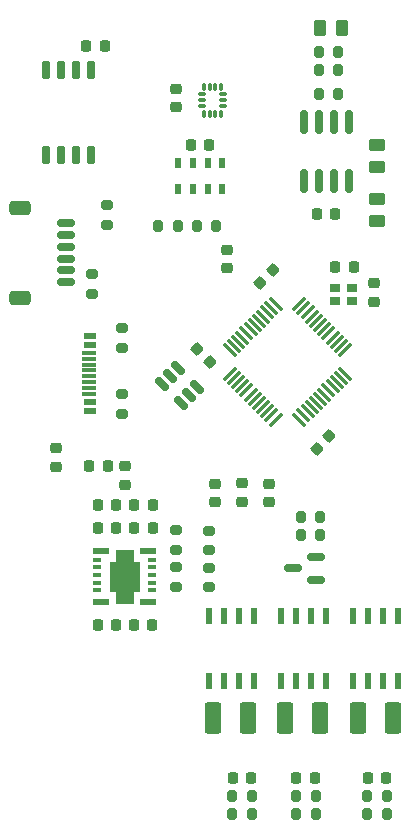
<source format=gbp>
G04 #@! TF.GenerationSoftware,KiCad,Pcbnew,7.0.5*
G04 #@! TF.CreationDate,2023-06-15T17:11:31+02:00*
G04 #@! TF.ProjectId,euroc_controller,6575726f-635f-4636-9f6e-74726f6c6c65,rev?*
G04 #@! TF.SameCoordinates,Original*
G04 #@! TF.FileFunction,Paste,Bot*
G04 #@! TF.FilePolarity,Positive*
%FSLAX46Y46*%
G04 Gerber Fmt 4.6, Leading zero omitted, Abs format (unit mm)*
G04 Created by KiCad (PCBNEW 7.0.5) date 2023-06-15 17:11:31*
%MOMM*%
%LPD*%
G01*
G04 APERTURE LIST*
G04 Aperture macros list*
%AMRoundRect*
0 Rectangle with rounded corners*
0 $1 Rounding radius*
0 $2 $3 $4 $5 $6 $7 $8 $9 X,Y pos of 4 corners*
0 Add a 4 corners polygon primitive as box body*
4,1,4,$2,$3,$4,$5,$6,$7,$8,$9,$2,$3,0*
0 Add four circle primitives for the rounded corners*
1,1,$1+$1,$2,$3*
1,1,$1+$1,$4,$5*
1,1,$1+$1,$6,$7*
1,1,$1+$1,$8,$9*
0 Add four rect primitives between the rounded corners*
20,1,$1+$1,$2,$3,$4,$5,0*
20,1,$1+$1,$4,$5,$6,$7,0*
20,1,$1+$1,$6,$7,$8,$9,0*
20,1,$1+$1,$8,$9,$2,$3,0*%
%AMFreePoly0*
4,1,13,0.750000,1.250000,1.250000,1.250000,1.250000,-1.250000,0.750000,-1.250000,0.750000,-2.300000,-0.750000,-2.300000,-0.750000,-1.250000,-1.250000,-1.250000,-1.250000,1.250000,-0.750000,1.250000,-0.750000,2.300000,0.750000,2.300000,0.750000,1.250000,0.750000,1.250000,$1*%
G04 Aperture macros list end*
%ADD10RoundRect,0.200000X0.275000X-0.200000X0.275000X0.200000X-0.275000X0.200000X-0.275000X-0.200000X0*%
%ADD11RoundRect,0.225000X0.250000X-0.225000X0.250000X0.225000X-0.250000X0.225000X-0.250000X-0.225000X0*%
%ADD12R,0.900000X0.800000*%
%ADD13RoundRect,0.200000X-0.275000X0.200000X-0.275000X-0.200000X0.275000X-0.200000X0.275000X0.200000X0*%
%ADD14RoundRect,0.150000X0.150000X-0.825000X0.150000X0.825000X-0.150000X0.825000X-0.150000X-0.825000X0*%
%ADD15RoundRect,0.087500X0.087500X-0.225000X0.087500X0.225000X-0.087500X0.225000X-0.087500X-0.225000X0*%
%ADD16RoundRect,0.087500X0.225000X-0.087500X0.225000X0.087500X-0.225000X0.087500X-0.225000X-0.087500X0*%
%ADD17RoundRect,0.200000X-0.200000X-0.275000X0.200000X-0.275000X0.200000X0.275000X-0.200000X0.275000X0*%
%ADD18RoundRect,0.225000X-0.225000X-0.250000X0.225000X-0.250000X0.225000X0.250000X-0.225000X0.250000X0*%
%ADD19RoundRect,0.250000X0.262500X0.450000X-0.262500X0.450000X-0.262500X-0.450000X0.262500X-0.450000X0*%
%ADD20RoundRect,0.250000X0.450000X-0.262500X0.450000X0.262500X-0.450000X0.262500X-0.450000X-0.262500X0*%
%ADD21RoundRect,0.225000X-0.017678X0.335876X-0.335876X0.017678X0.017678X-0.335876X0.335876X-0.017678X0*%
%ADD22RoundRect,0.218750X0.256250X-0.218750X0.256250X0.218750X-0.256250X0.218750X-0.256250X-0.218750X0*%
%ADD23RoundRect,0.250001X-0.462499X-1.074999X0.462499X-1.074999X0.462499X1.074999X-0.462499X1.074999X0*%
%ADD24RoundRect,0.218750X0.218750X0.256250X-0.218750X0.256250X-0.218750X-0.256250X0.218750X-0.256250X0*%
%ADD25RoundRect,0.150000X0.150000X-0.650000X0.150000X0.650000X-0.150000X0.650000X-0.150000X-0.650000X0*%
%ADD26RoundRect,0.225000X0.225000X0.250000X-0.225000X0.250000X-0.225000X-0.250000X0.225000X-0.250000X0*%
%ADD27RoundRect,0.200000X0.200000X0.275000X-0.200000X0.275000X-0.200000X-0.275000X0.200000X-0.275000X0*%
%ADD28RoundRect,0.218750X-0.256250X0.218750X-0.256250X-0.218750X0.256250X-0.218750X0.256250X0.218750X0*%
%ADD29RoundRect,0.225000X-0.250000X0.225000X-0.250000X-0.225000X0.250000X-0.225000X0.250000X0.225000X0*%
%ADD30RoundRect,0.150000X0.625000X-0.150000X0.625000X0.150000X-0.625000X0.150000X-0.625000X-0.150000X0*%
%ADD31RoundRect,0.250000X0.650000X-0.350000X0.650000X0.350000X-0.650000X0.350000X-0.650000X-0.350000X0*%
%ADD32RoundRect,0.225000X0.017678X-0.335876X0.335876X-0.017678X-0.017678X0.335876X-0.335876X0.017678X0*%
%ADD33RoundRect,0.075000X0.415425X0.521491X-0.521491X-0.415425X-0.415425X-0.521491X0.521491X0.415425X0*%
%ADD34RoundRect,0.075000X-0.415425X0.521491X-0.521491X0.415425X0.415425X-0.521491X0.521491X-0.415425X0*%
%ADD35RoundRect,0.050000X-0.650000X-0.200000X0.650000X-0.200000X0.650000X0.200000X-0.650000X0.200000X0*%
%ADD36RoundRect,0.050050X-0.299950X-0.124950X0.299950X-0.124950X0.299950X0.124950X-0.299950X0.124950X0*%
%ADD37FreePoly0,0.000000*%
%ADD38R,0.533400X1.460500*%
%ADD39RoundRect,0.225000X0.335876X0.017678X0.017678X0.335876X-0.335876X-0.017678X-0.017678X-0.335876X0*%
%ADD40RoundRect,0.150000X0.468458X-0.256326X-0.256326X0.468458X-0.468458X0.256326X0.256326X-0.468458X0*%
%ADD41RoundRect,0.150000X0.587500X0.150000X-0.587500X0.150000X-0.587500X-0.150000X0.587500X-0.150000X0*%
%ADD42R,0.550000X0.950000*%
%ADD43RoundRect,0.250000X-0.450000X0.262500X-0.450000X-0.262500X0.450000X-0.262500X0.450000X0.262500X0*%
%ADD44R,1.058000X0.600000*%
%ADD45R,1.160000X0.300000*%
G04 APERTURE END LIST*
D10*
X171704000Y-74168000D03*
X171704000Y-75818000D03*
D11*
X183134000Y-73660000D03*
X183134000Y-72110000D03*
D12*
X192272082Y-75328082D03*
X193672082Y-75328082D03*
X193672082Y-76428082D03*
X192272082Y-76428082D03*
D13*
X178816000Y-98969000D03*
X178816000Y-100619000D03*
D14*
X193421000Y-66229000D03*
X192151000Y-66229000D03*
X190881000Y-66229000D03*
X189611000Y-66229000D03*
X189611000Y-61279000D03*
X190881000Y-61279000D03*
X192151000Y-61279000D03*
X193421000Y-61279000D03*
D15*
X182614000Y-60598500D03*
X182114000Y-60598500D03*
X181614000Y-60598500D03*
X181114000Y-60598500D03*
D16*
X180951500Y-59936000D03*
X180951500Y-59436000D03*
X180951500Y-58936000D03*
D15*
X181114000Y-58273500D03*
X181614000Y-58273500D03*
X182114000Y-58273500D03*
X182614000Y-58273500D03*
D16*
X182776500Y-58936000D03*
X182776500Y-59436000D03*
X182776500Y-59936000D03*
D10*
X181610000Y-97536000D03*
X181610000Y-95886000D03*
D17*
X190882000Y-55372000D03*
X192532000Y-55372000D03*
D18*
X172186000Y-95631000D03*
X173736000Y-95631000D03*
D19*
X192833000Y-53340000D03*
X191008000Y-53340000D03*
D20*
X195834000Y-69643000D03*
X195834000Y-67818000D03*
D21*
X187024016Y-73833984D03*
X185928000Y-74930000D03*
D17*
X194983500Y-119888000D03*
X196633500Y-119888000D03*
D22*
X168656000Y-90475000D03*
X168656000Y-88900000D03*
D23*
X194216500Y-111760000D03*
X197191500Y-111760000D03*
D24*
X185166000Y-116840000D03*
X183591000Y-116840000D03*
D22*
X174498000Y-91986500D03*
X174498000Y-90411500D03*
D25*
X171577000Y-64052000D03*
X170307000Y-64052000D03*
X169037000Y-64052000D03*
X167767000Y-64052000D03*
X167767000Y-56852000D03*
X169037000Y-56852000D03*
X170307000Y-56852000D03*
X171577000Y-56852000D03*
D26*
X176810000Y-95631000D03*
X175260000Y-95631000D03*
D13*
X174244000Y-84328000D03*
X174244000Y-85978000D03*
D26*
X173000000Y-90424000D03*
X171450000Y-90424000D03*
D10*
X181610000Y-100647000D03*
X181610000Y-98997000D03*
D27*
X191008000Y-94742000D03*
X189358000Y-94742000D03*
D18*
X172186000Y-103886000D03*
X173736000Y-103886000D03*
D27*
X185203500Y-118364000D03*
X183553500Y-118364000D03*
D28*
X182118000Y-91897000D03*
X182118000Y-93472000D03*
D17*
X190882000Y-56896000D03*
X192532000Y-56896000D03*
D29*
X178816000Y-58446000D03*
X178816000Y-59996000D03*
D30*
X169481510Y-74827640D03*
X169481510Y-73827640D03*
X169481510Y-72827640D03*
X169481510Y-71827640D03*
X169481510Y-70827640D03*
X169481510Y-69827640D03*
D31*
X165606510Y-76127640D03*
X165606510Y-68527640D03*
D27*
X182181000Y-70104000D03*
X180531000Y-70104000D03*
D24*
X190551000Y-116840000D03*
X188976000Y-116840000D03*
D26*
X172746000Y-54864000D03*
X171196000Y-54864000D03*
D32*
X190673984Y-88980016D03*
X191770000Y-87884000D03*
D33*
X189212788Y-76686132D03*
X189566342Y-77039686D03*
X189919895Y-77393239D03*
X190273449Y-77746793D03*
X190627002Y-78100346D03*
X190980555Y-78453899D03*
X191334109Y-78807453D03*
X191687662Y-79161006D03*
X192041215Y-79514559D03*
X192394769Y-79868113D03*
X192748322Y-80221666D03*
X193101876Y-80575220D03*
D34*
X193101876Y-82572796D03*
X192748322Y-82926350D03*
X192394769Y-83279903D03*
X192041215Y-83633457D03*
X191687662Y-83987010D03*
X191334109Y-84340563D03*
X190980555Y-84694117D03*
X190627002Y-85047670D03*
X190273449Y-85401223D03*
X189919895Y-85754777D03*
X189566342Y-86108330D03*
X189212788Y-86461884D03*
D33*
X187215212Y-86461884D03*
X186861658Y-86108330D03*
X186508105Y-85754777D03*
X186154551Y-85401223D03*
X185800998Y-85047670D03*
X185447445Y-84694117D03*
X185093891Y-84340563D03*
X184740338Y-83987010D03*
X184386785Y-83633457D03*
X184033231Y-83279903D03*
X183679678Y-82926350D03*
X183326124Y-82572796D03*
D34*
X183326124Y-80575220D03*
X183679678Y-80221666D03*
X184033231Y-79868113D03*
X184386785Y-79514559D03*
X184740338Y-79161006D03*
X185093891Y-78807453D03*
X185447445Y-78453899D03*
X185800998Y-78100346D03*
X186154551Y-77746793D03*
X186508105Y-77393239D03*
X186861658Y-77039686D03*
X187215212Y-76686132D03*
D18*
X180060000Y-63246000D03*
X181610000Y-63246000D03*
D10*
X174244000Y-80390000D03*
X174244000Y-78740000D03*
D17*
X188938500Y-119888000D03*
X190588500Y-119888000D03*
D28*
X186690000Y-91897000D03*
X186690000Y-93472000D03*
X184404000Y-91871500D03*
X184404000Y-93446500D03*
D17*
X189358000Y-96266000D03*
X191008000Y-96266000D03*
D27*
X192532000Y-58928000D03*
X190882000Y-58928000D03*
D10*
X172974000Y-69976000D03*
X172974000Y-68326000D03*
D17*
X177292000Y-70104000D03*
X178942000Y-70104000D03*
D35*
X172437000Y-101901000D03*
D36*
X172087000Y-100926000D03*
X172087000Y-100276000D03*
X172087000Y-99626000D03*
X172087000Y-98976000D03*
X172087000Y-98326000D03*
D35*
X172437000Y-97601000D03*
X176437000Y-97601000D03*
D36*
X176787000Y-98326000D03*
X176787000Y-98976000D03*
X176787000Y-99626000D03*
X176787000Y-100276000D03*
X176787000Y-100926000D03*
D35*
X176437000Y-101901000D03*
D37*
X174437000Y-99756000D03*
D38*
X181610000Y-103124000D03*
X182880000Y-103124000D03*
X184150000Y-103124000D03*
X185420000Y-103124000D03*
X185420000Y-108572300D03*
X184150000Y-108572300D03*
X182880000Y-108572300D03*
X181610000Y-108572300D03*
X187706000Y-103124000D03*
X188976000Y-103124000D03*
X190246000Y-103124000D03*
X191516000Y-103124000D03*
X191516000Y-108572300D03*
X190246000Y-108572300D03*
X188976000Y-108572300D03*
X187706000Y-108572300D03*
D26*
X176784000Y-103886000D03*
X175234000Y-103886000D03*
D17*
X183553500Y-119888000D03*
X185203500Y-119888000D03*
D39*
X181650008Y-81574008D03*
X180553992Y-80477992D03*
D18*
X172186000Y-93726000D03*
X173736000Y-93726000D03*
D13*
X178816000Y-95834500D03*
X178816000Y-97484500D03*
D26*
X176810000Y-93726000D03*
X175260000Y-93726000D03*
D27*
X190588500Y-118364000D03*
X188938500Y-118364000D03*
D40*
X180546085Y-83698583D03*
X179874334Y-84370334D03*
X179202583Y-85042085D03*
X177593915Y-83433417D03*
X178265666Y-82761666D03*
X178937417Y-82089915D03*
D18*
X192278000Y-73533000D03*
X193828000Y-73533000D03*
D23*
X187996500Y-111760000D03*
X190971500Y-111760000D03*
D18*
X190728000Y-69088000D03*
X192278000Y-69088000D03*
D41*
X190597000Y-98110000D03*
X190597000Y-100010000D03*
X188722000Y-99060000D03*
D23*
X181900500Y-111760000D03*
X184875500Y-111760000D03*
D11*
X195580000Y-76467000D03*
X195580000Y-74917000D03*
D42*
X178947000Y-64770000D03*
X180197000Y-64770000D03*
X181447000Y-64770000D03*
X182697000Y-64770000D03*
X182697000Y-66920000D03*
X181447000Y-66920000D03*
X180197000Y-66920000D03*
X178947000Y-66920000D03*
D43*
X195834000Y-63246000D03*
X195834000Y-65071000D03*
D24*
X196596000Y-116840000D03*
X195021000Y-116840000D03*
D44*
X171471000Y-85750000D03*
X171471000Y-84950000D03*
D45*
X171420000Y-83800000D03*
X171420000Y-82800000D03*
X171420000Y-82300000D03*
X171420000Y-81300000D03*
D44*
X171471000Y-80150000D03*
X171471000Y-79350000D03*
X171471000Y-79350000D03*
X171471000Y-80150000D03*
D45*
X171420000Y-80800000D03*
X171420000Y-81800000D03*
X171420000Y-83300000D03*
X171420000Y-84300000D03*
D44*
X171471000Y-84950000D03*
X171471000Y-85750000D03*
D27*
X196633500Y-118364000D03*
X194983500Y-118364000D03*
D38*
X193802000Y-103124000D03*
X195072000Y-103124000D03*
X196342000Y-103124000D03*
X197612000Y-103124000D03*
X197612000Y-108572300D03*
X196342000Y-108572300D03*
X195072000Y-108572300D03*
X193802000Y-108572300D03*
M02*

</source>
